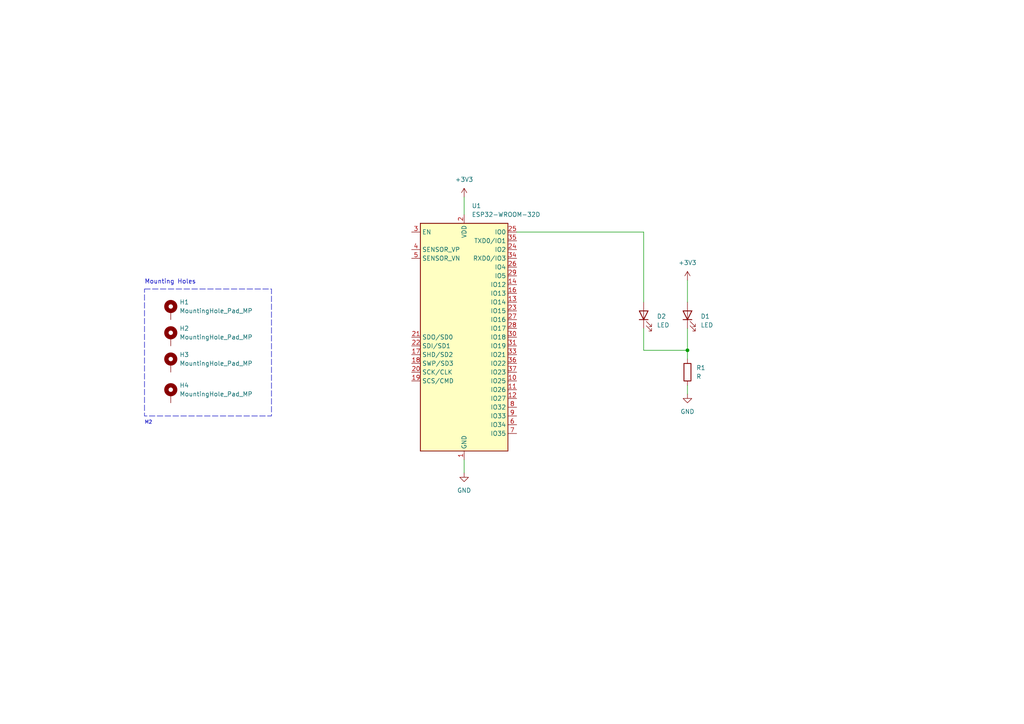
<source format=kicad_sch>
(kicad_sch (version 20230121) (generator eeschema)
  (paper "A4")
  (lib_symbols
    (symbol "Device:LED" (pin_numbers hide) (pin_names (offset 1.016) hide)
      (property "Reference" "D" (at 0 2.54 0))
      (property "Value" "LED" (at 0 -2.54 0))
      (symbol "LED_0_1"
        (polyline (pts (xy -1.27 -1.27) (xy -1.27 1.27)) (stroke (width 0.254)))
        (polyline (pts (xy -1.27 0) (xy 1.27 0)))
        (polyline (pts (xy 1.27 -1.27) (xy 1.27 1.27) (xy -1.27 0) (xy 1.27 -1.27)) (stroke (width 0.254)))
        (polyline (pts (xy -3.048 -0.762) (xy -4.572 -2.286) (xy -3.81 -2.286) (xy -4.572 -2.286) (xy -4.572 -1.524)))
        (polyline (pts (xy -1.778 -0.762) (xy -3.302 -2.286) (xy -2.54 -2.286) (xy -3.302 -2.286) (xy -3.302 -1.524)))
      )
      (symbol "LED_1_1"
        (pin passive line (at -3.81 0 0) (length 2.54) (name "K") (number "1"))
        (pin passive line (at 3.81 0 180) (length 2.54) (name "A") (number "2"))
      )
    )
    (symbol "Device:R" (pin_numbers hide) (pin_names (offset 0))
      (property "Reference" "R" (at 2.032 0 90))
      (property "Value" "R" (at 0 0 90))
      (symbol "R_0_1"
        (rectangle (start -1.016 -2.54) (end 1.016 2.54) (stroke (width 0.254)))
      )
      (symbol "R_1_1"
        (pin passive line (at 0 3.81 270) (length 1.27) (name "~") (number "1"))
        (pin passive line (at 0 -3.81 90) (length 1.27) (name "~") (number "2"))
      )
    )
    (symbol "Mechanical:MountingHole_Pad_MP" (pin_numbers hide) (pin_names (offset 1.016) hide)
      (property "Reference" "H" (at 0 6.35 0))
      (property "Value" "MountingHole_Pad_MP" (at 0 4.445 0))
      (symbol "MountingHole_Pad_MP_0_1"
        (circle (center 0 1.27) (radius 1.27) (stroke (width 1.27)))
      )
      (symbol "MountingHole_Pad_MP_1_1"
        (pin input line (at 0 -2.54 90) (length 2.54) (name "MP") (number "MP"))
      )
    )
    (symbol "RF_Module:ESP32-WROOM-32D"
      (property "Reference" "U" (at -12.7 34.29 0))
      (property "Value" "ESP32-WROOM-32D" (at 1.27 34.29 0))
      (symbol "ESP32-WROOM-32D_0_1"
        (rectangle (start -12.7 33.02) (end 12.7 -33.02) (stroke (width 0.254)) (fill (type background)))
      )
      (symbol "ESP32-WROOM-32D_1_1"
        (pin power_in line (at 0 -35.56 90) (length 2.54) (name "GND") (number "1"))
        (pin bidirectional line (at 15.24 -12.7 180) (length 2.54) (name "IO25") (number "10"))
        (pin bidirectional line (at 15.24 -15.24 180) (length 2.54) (name "IO26") (number "11"))
        (pin bidirectional line (at 15.24 -17.78 180) (length 2.54) (name "IO27") (number "12"))
        (pin bidirectional line (at 15.24 10.16 180) (length 2.54) (name "IO14") (number "13"))
        (pin bidirectional line (at 15.24 15.24 180) (length 2.54) (name "IO12") (number "14"))
        (pin passive line (at 0 -35.56 90) (length 2.54) hide (name "GND") (number "15"))
        (pin bidirectional line (at 15.24 12.7 180) (length 2.54) (name "IO13") (number "16"))
        (pin bidirectional line (at -15.24 -5.08 0) (length 2.54) (name "SHD/SD2") (number "17"))
        (pin bidirectional line (at -15.24 -7.62 0) (length 2.54) (name "SWP/SD3") (number "18"))
        (pin bidirectional line (at -15.24 -12.7 0) (length 2.54) (name "SCS/CMD") (number "19"))
        (pin power_in line (at 0 35.56 270) (length 2.54) (name "VDD") (number "2"))
        (pin bidirectional line (at -15.24 -10.16 0) (length 2.54) (name "SCK/CLK") (number "20"))
        (pin bidirectional line (at -15.24 0 0) (length 2.54) (name "SDO/SD0") (number "21"))
        (pin bidirectional line (at -15.24 -2.54 0) (length 2.54) (name "SDI/SD1") (number "22"))
        (pin bidirectional line (at 15.24 7.62 180) (length 2.54) (name "IO15") (number "23"))
        (pin bidirectional line (at 15.24 25.4 180) (length 2.54) (name "IO2") (number "24"))
        (pin bidirectional line (at 15.24 30.48 180) (length 2.54) (name "IO0") (number "25"))
        (pin bidirectional line (at 15.24 20.32 180) (length 2.54) (name "IO4") (number "26"))
        (pin bidirectional line (at 15.24 5.08 180) (length 2.54) (name "IO16") (number "27"))
        (pin bidirectional line (at 15.24 2.54 180) (length 2.54) (name "IO17") (number "28"))
        (pin bidirectional line (at 15.24 17.78 180) (length 2.54) (name "IO5") (number "29"))
        (pin input line (at -15.24 30.48 0) (length 2.54) (name "EN") (number "3"))
        (pin bidirectional line (at 15.24 0 180) (length 2.54) (name "IO18") (number "30"))
        (pin bidirectional line (at 15.24 -2.54 180) (length 2.54) (name "IO19") (number "31"))
        (pin no_connect line (at -12.7 -27.94 0) (length 2.54) hide (name "NC") (number "32"))
        (pin bidirectional line (at 15.24 -5.08 180) (length 2.54) (name "IO21") (number "33"))
        (pin bidirectional line (at 15.24 22.86 180) (length 2.54) (name "RXD0/IO3") (number "34"))
        (pin bidirectional line (at 15.24 27.94 180) (length 2.54) (name "TXD0/IO1") (number "35"))
        (pin bidirectional line (at 15.24 -7.62 180) (length 2.54) (name "IO22") (number "36"))
        (pin bidirectional line (at 15.24 -10.16 180) (length 2.54) (name "IO23") (number "37"))
        (pin passive line (at 0 -35.56 90) (length 2.54) hide (name "GND") (number "38"))
        (pin passive line (at 0 -35.56 90) (length 2.54) hide (name "GND") (number "39"))
        (pin input line (at -15.24 25.4 0) (length 2.54) (name "SENSOR_VP") (number "4"))
        (pin input line (at -15.24 22.86 0) (length 2.54) (name "SENSOR_VN") (number "5"))
        (pin input line (at 15.24 -25.4 180) (length 2.54) (name "IO34") (number "6"))
        (pin input line (at 15.24 -27.94 180) (length 2.54) (name "IO35") (number "7"))
        (pin bidirectional line (at 15.24 -20.32 180) (length 2.54) (name "IO32") (number "8"))
        (pin bidirectional line (at 15.24 -22.86 180) (length 2.54) (name "IO33") (number "9"))
      )
    )
    (symbol "power:+3V3" (power) (pin_names (offset 0))
      (property "Value" "+3V3" (at 0 3.556 0))
      (symbol "+3V3_0_1"
        (polyline (pts (xy -0.762 1.27) (xy 0 2.54)))
        (polyline (pts (xy 0 0) (xy 0 2.54)))
        (polyline (pts (xy 0 2.54) (xy 0.762 1.27)))
      )
      (symbol "+3V3_1_1"
        (pin power_in line (at 0 0 90) (length 0) hide (name "+3V3") (number "1"))
      )
    )
    (symbol "power:GND" (power) (pin_names (offset 0))
      (property "Value" "GND" (at 0 -3.81 0))
      (symbol "GND_0_1"
        (polyline (pts (xy 0 0) (xy 0 -1.27) (xy 1.27 -1.27) (xy 0 -2.54) (xy -1.27 -1.27) (xy 0 -1.27)))
      )
      (symbol "GND_1_1"
        (pin power_in line (at 0 0 270) (length 0) hide (name "GND") (number "1"))
      )
    )
  )
  (junction (at 199.39 101.6))
  (wire (pts (xy 199.39 111.76) (xy 199.39 114.3)))
  (wire (pts (xy 134.62 133.35) (xy 134.62 137.16)))
  (wire (pts (xy 199.39 95.25) (xy 199.39 101.6)))
  (wire (pts (xy 199.39 81.28) (xy 199.39 87.63)))
  (wire (pts (xy 149.86 67.31) (xy 186.69 67.31)))
  (wire (pts (xy 199.39 101.6) (xy 199.39 104.14)))
  (wire (pts (xy 186.69 67.31) (xy 186.69 87.63)))
  (wire (pts (xy 186.69 95.25) (xy 186.69 101.6)))
  (wire (pts (xy 186.69 101.6) (xy 199.39 101.6)))
  (wire (pts (xy 134.62 57.15) (xy 134.62 62.23)))
  (rectangle (start 41.91 83.82) (end 78.74 120.65) (stroke (width 0) (type dash)))
  (text "M2" (at 41.91 123.19 0) (effects (font (size 1 1)) (justify left bottom)))
  (text "Mounting Holes" (at 41.91 82.55 0) (effects (font (size 1.27 1.27)) (justify left bottom)))
  (symbol (lib_id "Device:R") (at 199.39 107.95 0) (unit 1)
    (property "Reference" "R1" (at 201.93 106.68 0) (effects (justify left)))
    (property "Value" "R" (at 201.93 109.22 0) (effects (justify left)))
    (property "Footprint" "Alexander Footprints Library:R_2.5mm" (effects hide))
  )
  (symbol (lib_id "power:GND") (at 134.62 137.16 0) (unit 1)
    (property "Reference" "#PWR03" (effects hide))
    (property "Value" "GND" (at 134.62 142.24 0))
  )
  (symbol (lib_id "RF_Module:ESP32-WROOM-32D") (at 134.62 97.79 0) (unit 1)
    (property "Reference" "U1" (at 136.8141 59.69 0) (effects (justify left)))
    (property "Value" "ESP32-WROOM-32D" (at 136.8141 62.23 0) (effects (justify left)))
    (property "Footprint" "Alexander Footprints Library:ESP32-WROOM-Adapter-2" (effects hide))
    (property "Datasheet" "https://www.espressif.com/sites/default/files/documentation/esp32-wroom-32d_esp32-wroom-32u_datasheet_en.pdf" (effects hide))
  )
  (symbol (lib_id "Mechanical:MountingHole_Pad_MP") (at 49.53 105.41 0) (unit 1)
    (property "Reference" "H3" (at 52.07 102.87 0) (effects (justify left)))
    (property "Value" "MountingHole_Pad_MP" (at 52.07 105.41 0) (effects (justify left)))
    (property "Footprint" "MountingHole:MountingHole_2.2mm_M2" (effects hide))
  )
  (symbol (lib_id "Device:LED") (at 199.39 91.44 90) (unit 1)
    (property "Reference" "D1" (at 203.2 91.7575 90) (effects (justify right)))
    (property "Value" "LED" (at 203.2 94.2975 90) (effects (justify right)))
    (property "Footprint" "Alexander Footprints Library:LED_2.5mm" (effects hide))
  )
  (symbol (lib_id "Device:LED") (at 186.69 91.44 90) (unit 1)
    (property "Reference" "D2" (at 190.5 91.7575 90) (effects (justify right)))
    (property "Value" "LED" (at 190.5 94.2975 90) (effects (justify right)))
    (property "Footprint" "Alexander Footprints Library:LED_2.5mm" (effects hide))
  )
  (symbol (lib_id "power:+3V3") (at 199.39 81.28 0) (unit 1)
    (property "Reference" "#PWR02" (effects hide))
    (property "Value" "+3V3" (at 199.39 76.2 0))
  )
  (symbol (lib_id "Mechanical:MountingHole_Pad_MP") (at 49.53 114.3 0) (unit 1)
    (property "Reference" "H4" (at 52.07 111.76 0) (effects (justify left)))
    (property "Value" "MountingHole_Pad_MP" (at 52.07 114.3 0) (effects (justify left)))
    (property "Footprint" "MountingHole:MountingHole_2.2mm_M2" (effects hide))
  )
  (symbol (lib_id "power:+3V3") (at 134.62 57.15 0) (unit 1)
    (property "Reference" "#PWR04" (effects hide))
    (property "Value" "+3V3" (at 134.62 52.07 0))
  )
  (symbol (lib_id "Mechanical:MountingHole_Pad_MP") (at 49.53 97.79 0) (unit 1)
    (property "Reference" "H2" (at 52.07 95.25 0) (effects (justify left)))
    (property "Value" "MountingHole_Pad_MP" (at 52.07 97.79 0) (effects (justify left)))
    (property "Footprint" "MountingHole:MountingHole_2.2mm_M2" (effects hide))
  )
  (symbol (lib_id "power:GND") (at 199.39 114.3 0) (unit 1)
    (property "Reference" "#PWR01" (effects hide))
    (property "Value" "GND" (at 199.39 119.38 0))
  )
  (symbol (lib_id "Mechanical:MountingHole_Pad_MP") (at 49.53 90.17 0) (unit 1)
    (property "Reference" "H1" (at 52.07 87.63 0) (effects (justify left)))
    (property "Value" "MountingHole_Pad_MP" (at 52.07 90.17 0) (effects (justify left)))
    (property "Footprint" "MountingHole:MountingHole_2.2mm_M2" (effects hide))
  )
)
</source>
